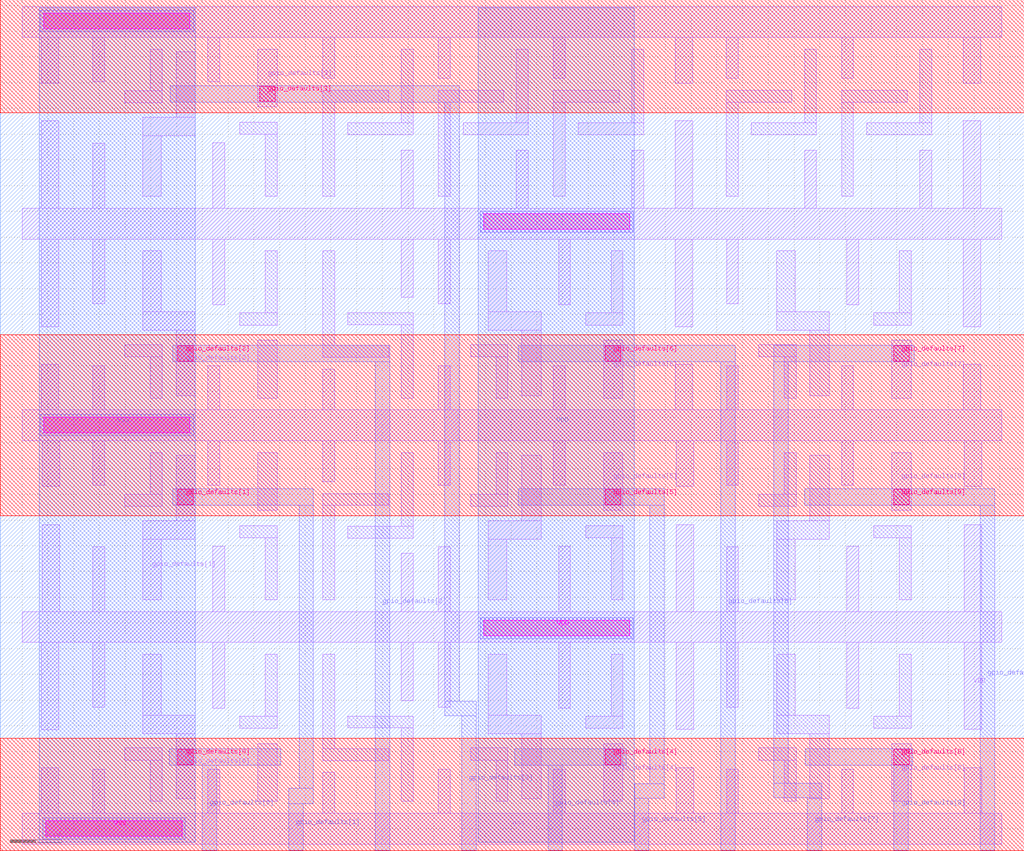
<source format=lef>
VERSION 5.7 ;
  NOWIREEXTENSIONATPIN ON ;
  DIVIDERCHAR "/" ;
  BUSBITCHARS "[]" ;
MACRO gpio_defaults_block_007
  CLASS BLOCK ;
  FOREIGN gpio_defaults_block_007 ;
  ORIGIN 0.430 0.430 ;
  SIZE 19.900 BY 16.540 ;
  PIN gpio_defaults[0]
    PORT
      LAYER Metal1 ;
        RECT 2.340 2.210 2.700 3.390 ;
        RECT 2.340 1.850 3.365 2.210 ;
        RECT 2.990 0.580 3.365 1.850 ;
      LAYER Via1 ;
        RECT 3.025 1.245 3.325 1.545 ;
      LAYER Metal2 ;
        RECT 2.860 1.235 5.020 1.555 ;
        RECT 3.500 -0.420 3.780 1.235 ;
    END
  END gpio_defaults[0]
  PIN gpio_defaults[4]
    PORT
      LAYER Metal1 ;
        RECT 11.300 0.530 11.675 1.650 ;
      LAYER Via1 ;
        RECT 11.335 1.245 11.635 1.545 ;
      LAYER Metal2 ;
        RECT 9.575 1.235 11.740 1.555 ;
        RECT 10.220 -0.420 10.500 1.235 ;
    END
  END gpio_defaults[4]
  PIN gpio_defaults[8]
    PORT
      LAYER Metal1 ;
        RECT 16.900 0.530 17.275 1.650 ;
      LAYER Via1 ;
        RECT 16.935 1.245 17.235 1.545 ;
      LAYER Metal2 ;
        RECT 15.215 1.235 17.310 1.555 ;
        RECT 16.940 -0.420 17.220 1.235 ;
    END
  END gpio_defaults[8]
  PIN gpio_defaults[7]
    PORT
      LAYER Metal1 ;
        RECT 16.900 8.370 17.275 9.490 ;
      LAYER Via1 ;
        RECT 16.935 9.085 17.235 9.385 ;
      LAYER Metal2 ;
        RECT 14.605 9.075 17.340 9.395 ;
        RECT 14.605 0.885 14.885 9.075 ;
        RECT 14.605 0.605 15.540 0.885 ;
        RECT 15.260 -0.420 15.540 0.605 ;
    END
  END gpio_defaults[7]
  PIN gpio_defaults[1]
    PORT
      LAYER Metal1 ;
        RECT 2.990 5.990 3.365 7.260 ;
        RECT 2.340 5.630 3.365 5.990 ;
        RECT 2.340 4.450 2.700 5.630 ;
      LAYER Via1 ;
        RECT 3.025 6.295 3.325 6.595 ;
      LAYER Metal2 ;
        RECT 2.925 6.285 5.660 6.605 ;
        RECT 5.380 0.785 5.660 6.285 ;
        RECT 5.180 0.485 5.660 0.785 ;
        RECT 5.180 -0.420 5.460 0.485 ;
    END
  END gpio_defaults[1]
  PIN gpio_defaults[5]
    PORT
      LAYER Metal1 ;
        RECT 11.300 6.190 11.675 7.310 ;
      LAYER Via1 ;
        RECT 11.335 6.295 11.635 6.595 ;
      LAYER Metal2 ;
        RECT 9.645 6.285 12.480 6.605 ;
        RECT 12.200 0.870 12.480 6.285 ;
        RECT 11.900 0.590 12.480 0.870 ;
        RECT 11.900 -0.420 12.180 0.590 ;
    END
  END gpio_defaults[5]
  PIN gpio_defaults[9]
    PORT
      LAYER Metal1 ;
        RECT 16.900 6.190 17.275 7.310 ;
      LAYER Via1 ;
        RECT 16.935 6.295 17.235 6.595 ;
      LAYER Metal2 ;
        RECT 15.205 6.285 18.900 6.605 ;
        RECT 18.620 -0.420 18.900 6.285 ;
    END
  END gpio_defaults[9]
  PIN gpio_defaults[3]
    PORT
      LAYER Metal1 ;
        RECT 4.580 14.030 4.955 15.150 ;
      LAYER Via1 ;
        RECT 4.615 14.135 4.915 14.435 ;
      LAYER Metal2 ;
        RECT 2.880 14.125 8.495 14.445 ;
        RECT 8.215 2.480 8.495 14.125 ;
        RECT 8.215 2.200 8.820 2.480 ;
        RECT 8.540 -0.420 8.820 2.200 ;
    END
  END gpio_defaults[3]
  PIN gpio_defaults[2]
    PORT
      LAYER Metal1 ;
        RECT 2.340 10.050 2.700 11.230 ;
        RECT 2.340 9.690 3.365 10.050 ;
        RECT 2.990 8.420 3.365 9.690 ;
      LAYER Via1 ;
        RECT 3.025 9.085 3.325 9.385 ;
      LAYER Metal2 ;
        RECT 2.925 9.075 7.140 9.395 ;
        RECT 6.860 -0.420 7.140 9.075 ;
    END
  END gpio_defaults[2]
  PIN gpio_defaults[6]
    PORT
      LAYER Metal1 ;
        RECT 11.300 8.370 11.675 9.490 ;
      LAYER Via1 ;
        RECT 11.335 9.085 11.635 9.385 ;
      LAYER Metal2 ;
        RECT 9.645 9.075 13.860 9.395 ;
        RECT 13.580 -0.420 13.860 9.075 ;
    END
  END gpio_defaults[6]
  PIN VDD
    USE POWER ;
    PORT
      LAYER Metal1 ;
        RECT 0.370 12.060 0.710 13.760 ;
        RECT 1.370 12.060 1.600 13.320 ;
        RECT 3.705 12.060 3.935 13.335 ;
        RECT 7.365 12.060 7.595 13.190 ;
        RECT 9.605 12.060 9.835 13.190 ;
        RECT 11.845 12.060 12.075 13.190 ;
        RECT 12.690 12.060 13.030 13.760 ;
        RECT 15.205 12.060 15.435 13.190 ;
        RECT 17.445 12.060 17.675 13.190 ;
        RECT 18.290 12.060 18.630 13.760 ;
        RECT 0.000 11.460 19.040 12.060 ;
        RECT 0.370 9.760 0.710 11.460 ;
        RECT 1.370 10.200 1.600 11.460 ;
        RECT 3.705 10.185 3.935 11.460 ;
        RECT 7.365 10.330 7.595 11.460 ;
        RECT 8.090 10.200 8.320 11.460 ;
        RECT 10.425 10.185 10.655 11.460 ;
        RECT 12.690 9.760 13.030 11.460 ;
        RECT 13.690 10.200 13.920 11.460 ;
        RECT 16.025 10.185 16.255 11.460 ;
        RECT 18.290 9.760 18.630 11.460 ;
        RECT 0.390 4.220 0.730 5.910 ;
        RECT 1.370 4.220 1.600 5.480 ;
        RECT 3.705 4.220 3.935 5.495 ;
        RECT 7.365 4.220 7.595 5.350 ;
        RECT 8.090 4.220 8.320 5.480 ;
        RECT 10.425 4.220 10.655 5.495 ;
        RECT 12.710 4.220 13.050 5.910 ;
        RECT 13.690 4.220 13.920 5.480 ;
        RECT 16.025 4.220 16.255 5.495 ;
        RECT 18.310 4.220 18.650 5.910 ;
        RECT 0.000 3.620 19.040 4.220 ;
        RECT 0.370 1.920 0.710 3.620 ;
        RECT 1.370 2.360 1.600 3.620 ;
        RECT 3.705 2.345 3.935 3.620 ;
        RECT 7.365 2.490 7.595 3.620 ;
        RECT 8.090 2.360 8.320 3.620 ;
        RECT 10.425 2.345 10.655 3.620 ;
        RECT 12.710 1.930 13.050 3.620 ;
        RECT 13.690 2.360 13.920 3.620 ;
        RECT 16.025 2.345 16.255 3.620 ;
        RECT 18.310 1.930 18.650 3.620 ;
      LAYER Via1 ;
        RECT 8.965 11.650 11.810 11.950 ;
        RECT 8.965 3.750 11.810 4.050 ;
      LAYER Metal2 ;
        RECT 8.900 11.590 11.880 12.005 ;
        RECT 8.900 3.690 11.880 4.105 ;
      LAYER Via2 ;
        RECT 8.965 11.650 11.810 11.950 ;
        RECT 8.965 3.750 11.810 4.050 ;
      LAYER Metal3 ;
        RECT 8.865 -0.265 11.895 15.960 ;
    END
  END VDD
  PIN VSS
    USE GROUND ;
    PORT
      LAYER Metal1 ;
        RECT 0.000 15.380 19.040 15.980 ;
        RECT 0.370 14.490 0.710 15.380 ;
        RECT 1.370 14.520 1.600 15.380 ;
        RECT 3.605 14.520 3.835 15.380 ;
        RECT 5.845 14.585 6.075 15.380 ;
        RECT 8.085 14.585 8.315 15.380 ;
        RECT 10.325 14.585 10.555 15.380 ;
        RECT 12.690 14.490 13.030 15.380 ;
        RECT 13.685 14.585 13.915 15.380 ;
        RECT 15.925 14.585 16.155 15.380 ;
        RECT 18.290 14.490 18.630 15.380 ;
        RECT 0.370 8.140 0.710 9.030 ;
        RECT 1.370 8.140 1.600 9.000 ;
        RECT 3.605 8.140 3.835 9.000 ;
        RECT 5.845 8.140 6.075 8.935 ;
        RECT 8.090 8.140 8.320 9.000 ;
        RECT 10.325 8.140 10.555 9.000 ;
        RECT 12.690 8.140 13.030 9.030 ;
        RECT 13.690 8.140 13.920 9.000 ;
        RECT 15.925 8.140 16.155 9.000 ;
        RECT 18.290 8.140 18.630 9.030 ;
        RECT 0.000 7.540 19.040 8.140 ;
        RECT 0.390 6.655 0.730 7.540 ;
        RECT 1.370 6.680 1.600 7.540 ;
        RECT 3.605 6.680 3.835 7.540 ;
        RECT 5.845 6.745 6.075 7.540 ;
        RECT 8.090 6.680 8.320 7.540 ;
        RECT 10.325 6.680 10.555 7.540 ;
        RECT 12.710 6.655 13.050 7.540 ;
        RECT 13.690 6.680 13.920 7.540 ;
        RECT 15.925 6.680 16.155 7.540 ;
        RECT 18.310 6.655 18.650 7.540 ;
        RECT 0.370 0.300 0.710 1.190 ;
        RECT 1.370 0.300 1.600 1.160 ;
        RECT 3.605 0.300 3.835 1.160 ;
        RECT 5.845 0.300 6.075 1.095 ;
        RECT 8.090 0.300 8.320 1.160 ;
        RECT 10.325 0.300 10.555 1.160 ;
        RECT 12.710 0.300 13.050 1.185 ;
        RECT 13.690 0.300 13.920 1.160 ;
        RECT 15.925 0.300 16.155 1.160 ;
        RECT 18.310 0.300 18.650 1.185 ;
        RECT 0.000 -0.300 19.040 0.300 ;
      LAYER Via1 ;
        RECT 0.415 15.550 3.260 15.850 ;
        RECT 0.415 7.700 3.260 8.000 ;
        RECT 0.460 -0.145 3.105 0.155 ;
      LAYER Metal2 ;
        RECT 0.350 15.490 3.330 15.905 ;
        RECT 0.350 7.640 3.330 8.055 ;
        RECT 0.400 -0.200 3.165 0.215 ;
      LAYER Via2 ;
        RECT 0.415 15.550 3.260 15.850 ;
        RECT 0.415 7.700 3.260 8.000 ;
        RECT 0.460 -0.145 3.105 0.155 ;
      LAYER Metal3 ;
        RECT 0.330 -0.265 3.360 15.960 ;
    END
  END VSS
  OBS
      LAYER Pwell ;
        RECT -0.430 13.920 19.470 16.110 ;
      LAYER Nwell ;
        RECT -0.430 9.600 19.470 13.920 ;
      LAYER Pwell ;
        RECT -0.430 6.080 19.470 9.600 ;
      LAYER Nwell ;
        RECT -0.430 1.760 19.470 6.080 ;
      LAYER Pwell ;
        RECT -0.430 -0.430 19.470 1.760 ;
      LAYER Metal1 ;
        RECT 2.490 14.345 2.720 15.150 ;
        RECT 1.995 14.110 2.720 14.345 ;
      LAYER Metal1 ;
        RECT 2.990 13.830 3.365 15.100 ;
        RECT 2.340 13.470 3.365 13.830 ;
      LAYER Metal1 ;
        RECT 5.845 14.125 7.120 14.355 ;
        RECT 4.230 13.495 4.955 13.730 ;
      LAYER Metal1 ;
        RECT 2.340 12.290 2.700 13.470 ;
      LAYER Metal1 ;
        RECT 4.725 12.290 4.955 13.495 ;
        RECT 5.845 12.290 6.075 14.125 ;
        RECT 7.365 13.720 7.595 15.150 ;
        RECT 6.330 13.490 7.595 13.720 ;
        RECT 8.085 14.125 9.360 14.355 ;
        RECT 8.085 12.290 8.315 14.125 ;
        RECT 9.605 13.720 9.835 15.150 ;
        RECT 8.570 13.490 9.835 13.720 ;
        RECT 10.325 14.125 11.600 14.355 ;
        RECT 10.325 12.290 10.555 14.125 ;
        RECT 11.845 13.720 12.075 15.150 ;
        RECT 10.810 13.490 12.075 13.720 ;
        RECT 13.685 14.125 14.960 14.355 ;
        RECT 13.685 12.290 13.915 14.125 ;
        RECT 15.205 13.720 15.435 15.150 ;
        RECT 14.170 13.490 15.435 13.720 ;
        RECT 15.925 14.125 17.200 14.355 ;
        RECT 15.925 12.290 16.155 14.125 ;
        RECT 17.445 13.720 17.675 15.150 ;
        RECT 16.410 13.490 17.675 13.720 ;
        RECT 4.725 10.025 4.955 11.230 ;
        RECT 4.230 9.790 4.955 10.025 ;
        RECT 1.995 9.175 2.720 9.410 ;
        RECT 2.490 8.370 2.720 9.175 ;
      LAYER Metal1 ;
        RECT 4.580 8.370 4.955 9.490 ;
      LAYER Metal1 ;
        RECT 5.845 9.395 6.075 11.230 ;
      LAYER Metal1 ;
        RECT 9.060 10.050 9.420 11.230 ;
      LAYER Metal1 ;
        RECT 6.330 9.800 7.595 10.030 ;
        RECT 5.845 9.165 7.120 9.395 ;
        RECT 7.365 8.370 7.595 9.800 ;
      LAYER Metal1 ;
        RECT 9.060 9.690 10.085 10.050 ;
      LAYER Metal1 ;
        RECT 11.445 10.025 11.675 11.230 ;
        RECT 10.950 9.790 11.675 10.025 ;
      LAYER Metal1 ;
        RECT 14.660 10.050 15.020 11.230 ;
        RECT 14.660 9.690 15.685 10.050 ;
      LAYER Metal1 ;
        RECT 17.045 10.025 17.275 11.230 ;
        RECT 16.550 9.790 17.275 10.025 ;
        RECT 8.715 9.175 9.440 9.410 ;
        RECT 9.210 8.370 9.440 9.175 ;
      LAYER Metal1 ;
        RECT 9.710 8.420 10.085 9.690 ;
      LAYER Metal1 ;
        RECT 14.315 9.175 15.040 9.410 ;
        RECT 14.810 8.370 15.040 9.175 ;
      LAYER Metal1 ;
        RECT 15.310 8.420 15.685 9.690 ;
      LAYER Metal1 ;
        RECT 2.490 6.505 2.720 7.310 ;
        RECT 1.995 6.270 2.720 6.505 ;
      LAYER Metal1 ;
        RECT 4.580 6.190 4.955 7.310 ;
      LAYER Metal1 ;
        RECT 5.845 6.285 7.120 6.515 ;
        RECT 4.230 5.655 4.955 5.890 ;
        RECT 4.725 4.450 4.955 5.655 ;
        RECT 5.845 4.450 6.075 6.285 ;
        RECT 7.365 5.880 7.595 7.310 ;
        RECT 9.210 6.505 9.440 7.310 ;
        RECT 8.715 6.270 9.440 6.505 ;
      LAYER Metal1 ;
        RECT 9.710 5.990 10.085 7.260 ;
      LAYER Metal1 ;
        RECT 14.810 6.505 15.040 7.310 ;
        RECT 14.315 6.270 15.040 6.505 ;
      LAYER Metal1 ;
        RECT 15.310 5.990 15.685 7.260 ;
      LAYER Metal1 ;
        RECT 6.330 5.650 7.595 5.880 ;
      LAYER Metal1 ;
        RECT 9.060 5.630 10.085 5.990 ;
      LAYER Metal1 ;
        RECT 10.950 5.655 11.675 5.890 ;
      LAYER Metal1 ;
        RECT 9.060 4.450 9.420 5.630 ;
      LAYER Metal1 ;
        RECT 11.445 4.450 11.675 5.655 ;
      LAYER Metal1 ;
        RECT 14.660 5.630 15.685 5.990 ;
      LAYER Metal1 ;
        RECT 16.550 5.655 17.275 5.890 ;
      LAYER Metal1 ;
        RECT 14.660 4.450 15.020 5.630 ;
      LAYER Metal1 ;
        RECT 17.045 4.450 17.275 5.655 ;
        RECT 4.725 2.185 4.955 3.390 ;
        RECT 4.230 1.950 4.955 2.185 ;
        RECT 1.995 1.335 2.720 1.570 ;
        RECT 2.490 0.530 2.720 1.335 ;
      LAYER Metal1 ;
        RECT 4.580 0.530 4.955 1.650 ;
      LAYER Metal1 ;
        RECT 5.845 1.555 6.075 3.390 ;
      LAYER Metal1 ;
        RECT 9.060 2.210 9.420 3.390 ;
      LAYER Metal1 ;
        RECT 6.330 1.960 7.595 2.190 ;
        RECT 5.845 1.325 7.120 1.555 ;
        RECT 7.365 0.530 7.595 1.960 ;
      LAYER Metal1 ;
        RECT 9.060 1.850 10.085 2.210 ;
      LAYER Metal1 ;
        RECT 11.445 2.185 11.675 3.390 ;
        RECT 10.950 1.950 11.675 2.185 ;
      LAYER Metal1 ;
        RECT 14.660 2.210 15.020 3.390 ;
        RECT 14.660 1.850 15.685 2.210 ;
      LAYER Metal1 ;
        RECT 17.045 2.185 17.275 3.390 ;
        RECT 16.550 1.950 17.275 2.185 ;
        RECT 8.715 1.335 9.440 1.570 ;
        RECT 9.210 0.530 9.440 1.335 ;
      LAYER Metal1 ;
        RECT 9.710 0.580 10.085 1.850 ;
      LAYER Metal1 ;
        RECT 14.315 1.335 15.040 1.570 ;
        RECT 14.810 0.530 15.040 1.335 ;
      LAYER Metal1 ;
        RECT 15.310 0.580 15.685 1.850 ;
  END
END gpio_defaults_block_007
END LIBRARY


</source>
